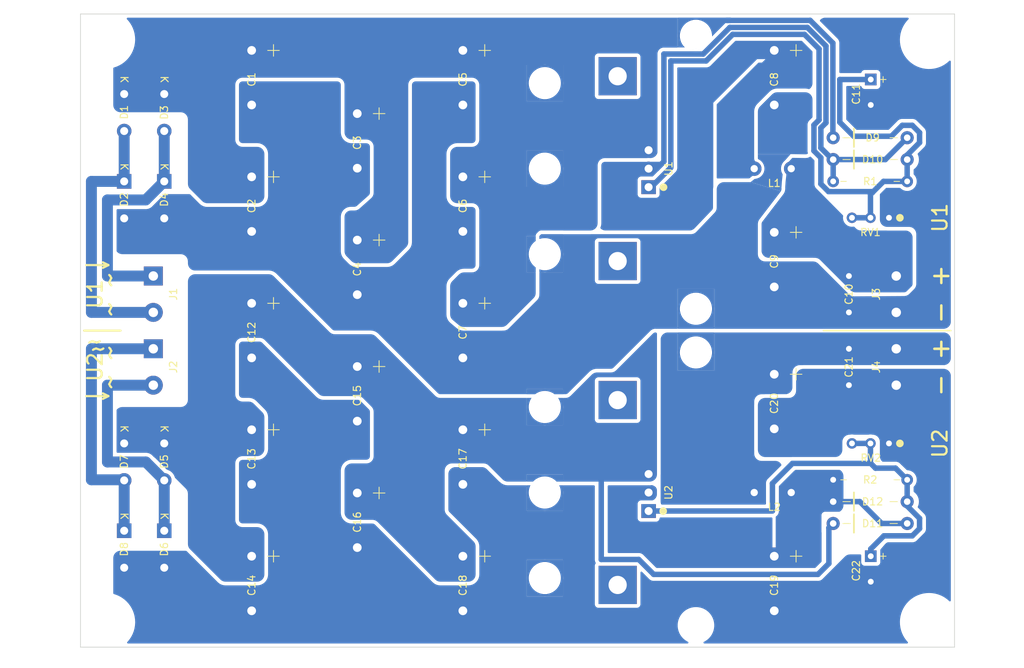
<source format=kicad_pcb>
(kicad_pcb (version 20211014) (generator pcbnew)
  (layers (0 "F.Cu" signal) (31 "B.Cu" signal) (34 "B.Paste" user) (35 "F.Paste" user) (36 "B.SilkS" user "B.Silkscreen") (37 "F.SilkS" user "F.Silkscreen") (38 "B.Mask" user) (39 "F.Mask" user) (44 "Edge.Cuts" user))
  (net 0 "")
  (net 1 "/pos1_u")
  (net 2 "/neg_1")
  (net 3 "/pos1_r")
  (net 4 "/pos1_f")
  (net 5 "/adj_1")
  (net 6 "/pos2_u")
  (net 7 "/neg2")
  (net 8 "/pos2_r")
  (net 9 "/pos2_f")
  (net 10 "/adj_2")
  (net 11 "/ac1_2")
  (net 12 "/ac1_1")
  (net 13 "/ac2_2")
  (net 14 "/ac2_1")
  (footprint "analoghifi:D_DO-41_SOD81_P10.16mm_Horizontal_minSilk" (layer "F.Cu") (at 163.34 80)
    (fp_text reference "D10")
    (fp_text value "1N4007")
  )
  (footprint "analoghifi:CP_Radial_Black_D16.2mm_H36mm_P7.50mm_minimal_silk" (layer "F.Cu") (at 112.5 82.375 -90)
    (fp_text reference "C6")
    (fp_text value "2200µF")
  )
  (footprint "Capacitor_THT:C_Rect_L7.2mm_W2.5mm_P5.00mm_FKS2_FKP2_MKS2_MKP2" (layer "F.Cu") (at 165.5 106 -90)
    (fp_text reference "C21")
    (fp_text value "100nF")
  )
  (footprint "analoghifi:TO-220-2_Vertical_noSilk" (layer "F.Cu") (at 71.5 83 -90)
    (fp_text reference "D4")
    (fp_text value "BYW29-200")
  )
  (footprint "analoghifi:Heatsink_Fischer_SK129-STS_42x25mm_2xDrill2.5mm_noSilk" (layer "F.Cu") (at 133.75 125.75 90)
    (fp_text reference "REF**" hide)
    (fp_text value "Heatsink_Fischer_SK129-STS_42x25mm_2xDrill2.5mm_noSilk")
  )
  (footprint "MountingHole:MountingHole_3.2mm_M3" (layer "F.Cu") (at 176.5 143.5)
    (fp_text reference "REF**" hide)
    (fp_text value "MountingHole_3.2mm_M3")
  )
  (footprint "analoghifi:TO-220-2_Vertical_noSilk" (layer "F.Cu") (at 71.5 71 -90)
    (fp_text reference "D3")
    (fp_text value "BYW29-200")
  )
  (footprint "analoghifi:TO-220-2_Vertical_noSilk" (layer "F.Cu") (at 66 131 -90)
    (fp_text reference "D8")
    (fp_text value "BYW29-200")
  )
  (footprint "analoghifi:D_DO-41_SOD81_P10.16mm_Horizontal_minSilk" (layer "F.Cu") (at 163.34 127)
    (fp_text reference "D12")
    (fp_text value "1N4007")
  )
  (footprint "analoghifi:CP_Radial_Black_D16.2mm_H36mm_P7.50mm_minimal_silk" (layer "F.Cu") (at 98 73.6875 -90)
    (fp_text reference "C3")
    (fp_text value "2200µF")
  )
  (footprint "analoghifi:CP_Radial_Black_D16.2mm_H36mm_P7.50mm_minimal_silk" (layer "F.Cu") (at 98 108.4375 -90)
    (fp_text reference "C15")
    (fp_text value "2200µF")
  )
  (footprint "Potentiometer_THT:Potentiometer_Bourns_3296W_Vertical" (layer "F.Cu") (at 171 88)
    (fp_text reference "RV1")
    (fp_text value "5kΩ")
  )
  (footprint "analoghifi:TerminalBlock_Phoenix_PT-1,5-2-5.0-H_1x02_P5.00mm_Horizontal_noSilk" (layer "F.Cu") (at 172 111 90)
    (fp_text reference "J4")
    (fp_text value "Screw_Terminal_01x02")
  )
  (footprint "MountingHole:MountingHole_4mm" (layer "F.Cu") (at 123.75 125.75)
    (fp_text reference "REF**" hide)
    (fp_text value "MountingHole_4mm")
  )
  (footprint "analoghifi:TerminalBlock_Phoenix_PT-1,5-2-5.0-H_1x02_P5.00mm_Horizontal_noSilk" (layer "F.Cu") (at 70 96 -90)
    (fp_text reference "J1")
    (fp_text value "Screw_Terminal_01x02")
  )
  (footprint "analoghifi:CP_Radial_Black_D8.2mm_H12.0mm_P3.50mm_minimal_silk" (layer "F.Cu") (at 168.5 134.5 -90)
    (fp_text reference "C22")
    (fp_text value "100µF/50V")
  )
  (footprint "analoghifi:L_Radial_D8mm_H10mm_P5.08mm_no_silk" (layer "F.Cu") (at 157.58 125.75 180)
    (fp_text reference "L2")
    (fp_text value "?? µH / ??Ω")
  )
  (footprint "analoghifi:CP_Radial_Black_D16.2mm_H36mm_P7.50mm_minimal_silk" (layer "F.Cu") (at 83.5 134.5 -90)
    (fp_text reference "C14")
    (fp_text value "2200µF")
  )
  (footprint "analoghifi:CP_Radial_Black_D16.2mm_H36mm_P7.50mm_minimal_silk" (layer "F.Cu") (at 155.25 109.5 -90)
    (fp_text reference "C20")
    (fp_text value "2200µF")
  )
  (footprint "analoghifi:TO-220-2_Vertical_noSilk" (layer "F.Cu") (at 71.5 131 -90)
    (fp_text reference "D6")
    (fp_text value "BYW29-200")
  )
  (footprint "MountingHole:MountingHole_4mm" (layer "F.Cu") (at 123.75 137.5)
    (fp_text reference "REF**" hide)
    (fp_text value "MountingHole_4mm")
  )
  (footprint "analoghifi:R_Axial_DIN0207_L6.3mm_D2.5mm_P10.16mm_Horizontal_minSilk" (layer "F.Cu") (at 163.34 83)
    (fp_text reference "R1")
    (fp_text value "200Ω")
  )
  (footprint "MountingHole:MountingHole_4mm" (layer "F.Cu") (at 144.5 106.5)
    (fp_text reference "REF**" hide)
    (fp_text value "MountingHole_4mm")
  )
  (footprint "Package_TO_SOT_THT:TO-220-3_Vertical" (layer "F.Cu") (at 138 83.79 90)
    (fp_text reference "U1")
    (fp_text value "LM338")
  )
  (footprint "MountingHole:MountingHole_4mm" (layer "F.Cu") (at 123.75 114)
    (fp_text reference "REF**" hide)
    (fp_text value "MountingHole_4mm")
  )
  (footprint "MountingHole:MountingHole_4mm" (layer "F.Cu") (at 144.5 144)
    (fp_text reference "REF**" hide)
    (fp_text value "MountingHole_4mm")
  )
  (footprint "analoghifi:CP_Radial_Black_D16.2mm_H36mm_P7.50mm_minimal_silk" (layer "F.Cu") (at 155.25 90 -90)
    (fp_text reference "C9")
    (fp_text value "2200µF")
  )
  (footprint "MountingHole:MountingHole_3.2mm_M3" (layer "F.Cu") (at 176.5 63.5)
    (fp_text reference "REF**" hide)
    (fp_text value "MountingHole_3.2mm_M3")
  )
  (footprint "analoghifi:CP_Radial_Black_D16.2mm_H36mm_P7.50mm_minimal_silk" (layer "F.Cu") (at 98 91.0625 -90)
    (fp_text reference "C4")
    (fp_text value "2200µF")
  )
  (footprint "analoghifi:R_Axial_DIN0207_L6.3mm_D2.5mm_P10.16mm_Horizontal_minSilk" (layer "F.Cu") (at 163.34 124)
    (fp_text reference "R2")
    (fp_text value "200Ω")
  )
  (footprint "Potentiometer_THT:Potentiometer_Bourns_3296W_Vertical" (layer "F.Cu") (at 171 119)
    (fp_text reference "RV2")
    (fp_text value "5kΩ")
  )
  (footprint "analoghifi:CP_Radial_Black_D16.2mm_H36mm_P7.50mm_minimal_silk" (layer "F.Cu") (at 112.5 117.125 -90)
    (fp_text reference "C17")
    (fp_text value "2200µF")
  )
  (footprint "MountingHole:MountingHole_3.2mm_M3" (layer "F.Cu") (at 63.5 63.5)
    (fp_text reference "REF**" hide)
    (fp_text value "MountingHole_3.2mm_M3")
  )
  (footprint "analoghifi:TO-220-2_Vertical_noSilk" (layer "F.Cu") (at 66 83 -90)
    (fp_text reference "D2")
    (fp_text value "BYW29-200")
  )
  (footprint "analoghifi:CP_Radial_Black_D16.2mm_H36mm_P7.50mm_minimal_silk" (layer "F.Cu") (at 83.5 65 -90)
    (fp_text reference "C1")
    (fp_text value "7x2200µF/50V=15400µF")
  )
  (footprint "analoghifi:TO-220-2_Vertical_noSilk" (layer "F.Cu") (at 71.5 119 -90)
    (fp_text reference "D5")
    (fp_text value "4xBYW29-200")
  )
  (footprint "analoghifi:L_Radial_D8mm_H10mm_P5.08mm_no_silk" (layer "F.Cu") (at 152.5 81.25)
    (fp_text reference "L1")
    (fp_text value "?? µH / ??Ω")
  )
  (footprint "analoghifi:CP_Radial_Black_D16.2mm_H36mm_P7.50mm_minimal_silk" (layer "F.Cu") (at 83.5 117.125 -90)
    (fp_text reference "C13")
    (fp_text value "2200µF")
  )
  (footprint "analoghifi:CP_Radial_Black_D16.2mm_H36mm_P7.50mm_minimal_silk" (layer "F.Cu") (at 155.25 65 -90)
    (fp_text reference "C8")
    (fp_text value "2200µF")
  )
  (footprint "analoghifi:Heatsink_Fischer_SK129-STS_42x25mm_2xDrill2.5mm_noSilk" (layer "F.Cu") (at 133.75 81.25 90)
    (fp_text reference "REF**" hide)
    (fp_text value "Heatsink_Fischer_SK129-STS_42x25mm_2xDrill2.5mm_noSilk")
  )
  (footprint "analoghifi:TerminalBlock_Phoenix_PT-1,5-2-5.0-H_1x02_P5.00mm_Horizontal_noSilk" (layer "F.Cu") (at 172 101 90)
    (fp_text reference "J3")
    (fp_text value "Screw_Terminal_01x02")
  )
  (footprint "analoghifi:CP_Radial_Black_D16.2mm_H36mm_P7.50mm_minimal_silk" (layer "F.Cu") (at 155.25 134.5 -90)
    (fp_text reference "C19")
    (fp_text value "2200µF")
  )
  (footprint "MountingHole:MountingHole_4mm" (layer "F.Cu") (at 123.75 81.25)
    (fp_text reference "REF**" hide)
    (fp_text value "MountingHole_4mm")
  )
  (footprint "analoghifi:CP_Radial_Black_D16.2mm_H36mm_P7.50mm_minimal_silk" (layer "F.Cu") (at 83.5 99.75 -90)
    (fp_text reference "C12")
    (fp_text value "7x2200µF/50V=15400µF")
  )
  (footprint "analoghifi:TO-220-2_Vertical_noSilk" (layer "F.Cu") (at 66 71 -90)
    (fp_text reference "D1")
    (fp_text value "4xBYW29-200")
  )
  (footprint "analoghifi:TerminalBlock_Phoenix_PT-1,5-2-5.0-H_1x02_P5.00mm_Horizontal_noSilk" (layer "F.Cu") (at 70 106 -90)
    (fp_text reference "J2")
    (fp_text value "Screw_Terminal_01x02")
  )
  (footprint "analoghifi:D_DO-41_SOD81_P10.16mm_Horizontal_minSilk" (layer "F.Cu") (at 163.34 77)
    (fp_text reference "D9")
    (fp_text value "1N4007")
  )
  (footprint "analoghifi:CP_Radial_Black_D16.2mm_H36mm_P7.50mm_minimal_silk" (layer "F.Cu") (at 112.5 65 -90)
    (fp_text reference "C5")
    (fp_text value "2200µF")
  )
  (footprint "MountingHole:MountingHole_4mm" (layer "F.Cu") (at 144.5 100.5)
    (fp_text reference "REF**" hide)
    (fp_text value "MountingHole_4mm")
  )
  (footprint "analoghifi:CP_Radial_Black_D8.2mm_H12.0mm_P3.50mm_minimal_silk" (layer "F.Cu") (at 168.5 69 -90)
    (fp_text reference "C11")
    (fp_text value "100µF/50V")
  )
  (footprint "MountingHole:MountingHole_3.2mm_M3" (layer "F.Cu") (at 63.5 143.5)
    (fp_text reference "REF**" hide)
    (fp_text value "MountingHole_3.2mm_M3")
  )
  (footprint "analoghifi:CP_Radial_Black_D16.2mm_H36mm_P7.50mm_minimal_silk" (layer "F.Cu") (at 112.5 99.75 -90)
    (fp_text reference "C7")
    (fp_text value "2200µF")
  )
  (footprint "analoghifi:CP_Radial_Black_D16.2mm_H36mm_P7.50mm_minimal_silk" (layer "F.Cu") (at 83.5 82.375 -90)
    (fp_text reference "C2")
    (fp_text value "2200µF")
  )
  (footprint "Capacitor_THT:C_Rect_L7.2mm_W2.5mm_P5.00mm_FKS2_FKP2_MKS2_MKP2" (layer "F.Cu") (at 165.5 96 -90)
    (fp_text reference "C10")
    (fp_text value "100nF")
  )
  (footprint "analoghifi:D_DO-41_SOD81_P10.16mm_Horizontal_minSilk" (layer "F.Cu") (at 163.34 130)
    (fp_text reference "D11")
    (fp_text value "1N4007")
  )
  (footprint "analoghifi:TO-220-2_Vertical_noSilk" (layer "F.Cu") (at 66 119 -90)
    (fp_text reference "D7")
    (fp_text value "BYW29-200")
  )
  (footprint "analoghifi:CP_Radial_Black_D16.2mm_H36mm_P7.50mm_minimal_silk" (layer "F.Cu") (at 98 125.8125 -90)
    (fp_text reference "C16")
    (fp_text value "2200µF")
  )
  (footprint "MountingHole:MountingHole_4mm" (layer "F.Cu") (at 144.5 63)
    (fp_text reference "REF**" hide)
    (fp_text value "MountingHole_4mm")
  )
  (footprint "MountingHole:MountingHole_4mm" (layer "F.Cu") (at 123.75 69.5)
    (fp_text reference "REF**" hide)
    (fp_text value "MountingHole_4mm")
  )
  (footprint "analoghifi:CP_Radial_Black_D16.2mm_H36mm_P7.50mm_minimal_silk" (layer "F.Cu") (at 112.5 134.5 -90)
    (fp_text reference "C18")
    (fp_text value "2200µF")
  )
  (footprint "MountingHole:MountingHole_4mm" (layer "F.Cu") (at 123.75 93)
    (fp_text reference "REF**" hide)
    (fp_text value "MountingHole_4mm")
  )
  (footprint "Package_TO_SOT_THT:TO-220-3_Vertical" (layer "F.Cu") (at 138 128.29 90)
    (fp_text reference "U2")
    (fp_text value "LM338")
  )
  (gr_circle (center 140.05 83.8) (end 140.5 83.8) (layer "F.SilkS") (width 0.15) (fill solid))
  (gr_circle (center 172.5 88) (end 172.95 88) (layer "F.SilkS") (width 0.15) (fill solid))
  (gr_circle (center 140 128.3) (end 140.45 128.3) (layer "F.SilkS") (width 0.15) (fill solid))
  (gr_line (start 179.5 103.5) (end 162 103.5) (layer "F.SilkS") (width 0.2))
  (gr_line (start 65.5 103.5) (end 60.5 103.5) (layer "F.SilkS") (width 0.3))
  (gr_circle (center 172.5 119) (end 172.95 119) (layer "F.SilkS") (width 0.15) (fill solid))
  (gr_line (start 180 60) (end 60 60) (layer "Edge.Cuts") (width 0.1))
  (gr_line (start 60 60) (end 60 147) (layer "Edge.Cuts") (width 0.1))
  (gr_line (start 180 147) (end 180 60) (layer "Edge.Cuts") (width 0.1))
  (gr_line (start 60 147) (end 180 147) (layer "Edge.Cuts") (width 0.1))
  (gr_text "U1" (at 178 88 90) (layer "F.SilkS") (effects (font (size 2 2) (thickness 0.3))))
  (gr_text "- +" (at 178 98.5 90) (layer "F.SilkS") (effects (font (size 2.5 2.5) (thickness 0.35))))
  (gr_text "- +" (at 178 108.5 90) (layer "F.SilkS") (effects (font (size 2.5 2.5) (thickness 0.35))))
  (gr_text "~" (at 62.5 106) (layer "F.SilkS") (effects (font (size 2 3) (thickness 0.3))))
  (gr_text " ~ " (at 64 106.5 90) (layer "F.SilkS") (effects (font (size 3 3) (thickness 0.3))))
  (gr_text " ~ " (at 64 100.5 90) (layer "F.SilkS") (effects (font (size 3 3) (thickness 0.3))))
  (gr_text "↓" (at 62 112.5 90) (layer "F.SilkS") (effects (font (size 4 2) (thickness 0.3))))
  (gr_text "~" (at 62 105) (layer "F.SilkS") (effects (font (size 2 3) (thickness 0.3))))
  (gr_text "U2" (at 62 108.5 90) (layer "F.SilkS") (effects (font (size 2 2) (thickness 0.3))))
  (gr_text "U2" (at 178 119.005 90) (layer "F.SilkS") (effects (font (size 2 2) (thickness 0.3))))
  (gr_text " ~ " (at 64 110.5 90) (layer "F.SilkS") (effects (font (size 3 3) (thickness 0.3))))
  (gr_text "↓" (at 62 94.5 90) (layer "F.SilkS") (effects (font (size 4 2) (thickness 0.3))))
  (gr_text " ~ " (at 64 96.5 90) (layer "F.SilkS") (effects (font (size 3 3) (thickness 0.3))))
  (gr_text "U1" (at 62 98.5 90) (layer "F.SilkS") (effects (font (size 2 2) (thickness 0.3))))
  (segment (start 160.18 60.88) (end 148.73 60.88) (width 0.75) (layer "B.Cu") (net 1))
  (segment (start 163.3 64) (end 163.3 77) (width 0.75) (layer "B.Cu") (net 1))
  (segment (start 160.18 60.88) (end 163.3 64) (width 0.75) (layer "B.Cu") (net 1))
  (segment (start 163.34 80) (end 163.34 83) (width 0.75) (layer "B.Cu") (net 3))
  (segment (start 159.8 61.85) (end 162.35 64.4) (width 0.75) (layer "B.Cu") (net 3))
  (segment (start 162.35 74.95) (end 161.65 75.65) (width 0.75) (layer "B.Cu") (net 3))
  (segment (start 149.15 61.85) (end 159.8 61.85) (width 0.75) (layer "B.Cu") (net 3))
  (segment (start 161.65 75.65) (end 161.65 78.4) (width 0.75) (layer "B.Cu") (net 3))
  (segment (start 139.12 81.25) (end 140.1 80.27) (width 0.75) (layer "B.Cu") (net 3))
  (segment (start 140.1 65.5) (end 145.5 65.5) (width 0.75) (layer "B.Cu") (net 3))
  (segment (start 138 81.25) (end 139.12 81.25) (width 0.75) (layer "B.Cu") (net 3))
  (segment (start 140.1 80.27) (end 140.1 65.5) (width 0.75) (layer "B.Cu") (net 3))
  (segment (start 162.35 64.4) (end 162.35 74.95) (width 0.75) (layer "B.Cu") (net 3))
  (segment (start 163.25 80) (end 163.34 80) (width 0.75) (layer "B.Cu") (net 3))
  (segment (start 170.5 80) (end 163.34 80) (width 0.75) (layer "B.Cu") (net 3))
  (segment (start 161.65 78.4) (end 163.25 80) (width 0.75) (layer "B.Cu") (net 3))
  (segment (start 173.5 77) (end 170.5 80) (width 0.75) (layer "B.Cu") (net 3))
  (segment (start 145.5 65.5) (end 149.15 61.85) (width 0.75) (layer "B.Cu") (net 3))
  (segment (start 168.46 88) (end 165.92 88) (width 0.75) (layer "B.Cu") (net 5))
  (segment (start 166.175 76.8) (end 171.325 76.8) (width 0.75) (layer "B.Cu") (net 5))
  (segment (start 173.5 79.375) (end 173.5 80) (width 0.75) (layer "B.Cu") (net 5))
  (segment (start 173.5 83) (end 173.5 80) (width 0.75) (layer "B.Cu") (net 5))
  (segment (start 138 83.79) (end 138.36 83.79) (width 0.75) (layer "B.Cu") (net 5))
  (segment (start 160.7 75.25) (end 160.7 78.8) (width 0.75) (layer "B.Cu") (net 5))
  (segment (start 161.4 64.8) (end 161.4 74.55) (width 0.75) (layer "B.Cu") (net 5))
  (segment (start 168.46 88) (end 168.46 84.79) (width 0.75) (layer "B.Cu") (net 5))
  (segment (start 159.4 62.8) (end 161.4 64.8) (width 0.75) (layer "B.Cu") (net 5))
  (segment (start 170.25 83) (end 173.5 83) (width 0.75) (layer "B.Cu") (net 5))
  (segment (start 174.2 75.3) (end 175.2 76.3) (width 0.75) (layer "B.Cu") (net 5))
  (segment (start 168.46 84.79) (end 168.75 84.5) (width 0.75) (layer "B.Cu") (net 5))
  (segment (start 160.7 78.8) (end 161.65 79.75) (width 0.75) (layer "B.Cu") (net 5))
  (segment (start 175.2 76.3) (end 175.2 77.675) (width 0.75) (layer "B.Cu") (net 5))
  (segment (start 168.75 84.5) (end 170.25 83) (width 0.75) (layer "B.Cu") (net 5))
  (segment (start 145.9 66.45) (end 149.55 62.8) (width 0.75) (layer "B.Cu") (net 5))
  (segment (start 171.325 76.8) (end 172.825 75.3) (width 0.75) (layer "B.Cu") (net 5))
  (segment (start 172.825 75.3) (end 174.2 75.3) (width 0.75) (layer "B.Cu") (net 5))
  (segment (start 164.25 74.875) (end 166.175 76.8) (width 0.75) (layer "B.Cu") (net 5))
  (segment (start 149.55 62.8) (end 159.4 62.8) (width 0.75) (layer "B.Cu") (net 5))
  (segment (start 168.5 69) (end 164.25 69) (width 0.75) (layer "B.Cu") (net 5))
  (segment (start 175.2 77.675) (end 173.5 79.375) (width 0.75) (layer "B.Cu") (net 5))
  (segment (start 164.25 69) (end 164.25 74.875) (width 0.75) (layer "B.Cu") (net 5))
  (segment (start 138.36 83.79) (end 141.05 81.1) (width 0.75) (layer "B.Cu") (net 5))
  (segment (start 168.65 84.4) (end 168.75 84.5) (width 0.75) (layer "B.Cu") (net 5))
  (segment (start 161.65 79.75) (end 161.65 83.35) (width 0.75) (layer "B.Cu") (net 5))
  (segment (start 161.4 74.55) (end 160.7 75.25) (width 0.75) (layer "B.Cu") (net 5))
  (segment (start 161.65 83.35) (end 162.7 84.4) (width 0.75) (layer "B.Cu") (net 5))
  (segment (start 141.05 66.45) (end 145.9 66.45) (width 0.75) (layer "B.Cu") (net 5))
  (segment (start 162.7 84.4) (end 168.65 84.4) (width 0.75) (layer "B.Cu") (net 5))
  (segment (start 141.05 81.1) (end 141.05 66.45) (width 0.75) (layer "B.Cu") (net 5))
  (segment (start 131.5 134.95) (end 136.65 134.95) (width 0.75) (layer "B.Cu") (net 6))
  (segment (start 131.5 123.5) (end 131.5 134.95) (width 0.75) (layer "B.Cu") (net 6))
  (segment (start 136.65 134.95) (end 138.7 137) (width 0.75) (layer "B.Cu") (net 6))
  (segment (start 162.75 135.5) (end 162.75 130.59) (width 0.75) (layer "B.Cu") (net 6))
  (segment (start 162.75 130.59) (end 163.34 130) (width 0.75) (layer "B.Cu") (net 6))
  (segment (start 138.7 137) (end 161.25 137) (width 0.75) (layer "B.Cu") (net 6))
  (segment (start 161.25 137) (end 162.75 135.5) (width 0.75) (layer "B.Cu") (net 6))
  (segment (start 163.34 127) (end 167 127) (width 0.75) (layer "B.Cu") (net 8))
  (segment (start 170 130) (end 173.5 130) (width 0.75) (layer "B.Cu") (net 8))
  (segment (start 167 127) (end 170 130) (width 0.75) (layer "B.Cu") (net 8))
  (segment (start 168.5 121.75) (end 157.75 121.75) (width 0.75) (layer "B.Cu") (net 10))
  (segment (start 155 128.29) (end 138 128.29) (width 0.75) (layer "B.Cu") (net 10))
  (segment (start 174.2 131.7) (end 170.3 131.7) (width 0.75) (layer "B.Cu") (net 10))
  (segment (start 165.92 119) (end 168.46 119) (width 0.75) (layer "B.Cu") (net 10))
  (segment (start 155 124.5) (end 155 128.25) (width 0.75) (layer "B.Cu") (net 10))
  (segment (start 171.9 122.4) (end 169.15 122.4) (width 0.75) (layer "B.Cu") (net 10))
  (segment (start 168.46 119) (end 168.46 121.71) (width 0.75) (layer "B.Cu") (net 10))
  (segment (start 173.5 124) (end 171.9 122.4) (width 0.75) (layer "B.Cu") (net 10))
  (segment (start 173.5 124) (end 173.5 127) (width 0.75) (layer "B.Cu") (net 10))
  (segment (start 169.15 122.4) (end 168.5 121.75) (width 0.75) (layer "B.Cu") (net 10))
  (segment (start 170.3 131.7) (end 168.5 133.5) (width 0.75) (layer "B.Cu") (net 10))
  (segment (start 173.5 127) (end 173.5 127.6) (width 0.75) (layer "B.Cu") (net 10))
  (segment (start 175.2 129.3) (end 175.2 130.7) (width 0.75) (layer "B.Cu") (net 10))
  (segment (start 157.75 121.75) (end 155 124.5) (width 0.75) (layer "B.Cu") (net 10))
  (segment (start 173.5 127.6) (end 175.2 129.3) (width 0.75) (layer "B.Cu") (net 10))
  (segment (start 168.5 133.5) (end 168.5 134.5) (width 0.75) (layer "B.Cu") (net 10))
  (segment (start 175.2 130.7) (end 174.2 131.7) (width 0.75) (layer "B.Cu") (net 10))
  (segment (start 66 82.92) (end 66 76.08) (width 1.5) (layer "B.Cu") (net 11))
  (segment (start 61.5 83) (end 66 83) (width 1.5) (layer "B.Cu") (net 11))
  (segment (start 70 101) (end 61.5 101) (width 1.5) (layer "B.Cu") (net 11))
  (segment (start 61.5 101) (end 61.5 83) (width 1.5) (layer "B.Cu") (net 11))
  (segment (start 71.5 76.08) (end 71.5 82.92) (width 1.5) (layer "B.Cu") (net 12))
  (segment (start 63.7 96) (end 63.7 85.55) (width 1.5) (layer "B.Cu") (net 12))
  (segment (start 68.95 85.55) (end 71.5 83) (width 1.5) (layer "B.Cu") (net 12))
  (segment (start 71.5 83) (end 71.5 82.92) (width 1.5) (layer "B.Cu") (net 12))
  (segment (start 70 96) (end 63.7 96) (width 1.5) (layer "B.Cu") (net 12))
  (segment (start 63.7 85.55) (end 68.95 85.55) (width 1.5) (layer "B.Cu") (net 12))
  (segment (start 63.7 121.55) (end 68.97 121.55) (width 1.5) (layer "B.Cu") (net 13))
  (segment (start 71.5 124.08) (end 71.5 130.92) (width 1.5) (layer "B.Cu") (net 13))
  (segment (start 63.7 111) (end 63.7 121.55) (width 1.5) (layer "B.Cu") (net 13))
  (segment (start 70 111) (end 63.7 111) (width 1.5) (layer "B.Cu") (net 13))
  (segment (start 68.97 121.55) (end 71.5 124.08) (width 1.5) (layer "B.Cu") (net 13))
  (segment (start 70 106) (end 61.5 106) (width 1.5) (layer "B.Cu") (net 14))
  (segment (start 61.5 124) (end 66 124) (width 1.5) (layer "B.Cu") (net 14))
  (segment (start 61.5 106) (end 61.5 124) (width 1.5) (layer "B.Cu") (net 14))
  (segment (start 66 124) (end 66 130.92) (width 1.5) (layer "B.Cu") (net 14))
  (zone (net 0) (net_name "") (layer "B.Cu") (connect_pads yes (clearance 0)) (min_thickness 0.254)
    (keepout (tracks allowed) (vias allowed) (pads allowed) (copperpour not_allowed) (footprints allowed))
    (fill (thermal_gap 0.508) (thermal_bridge_width 0.508))
    (polygon (pts (xy 155.45 133.4) (xy 155 133.4) (xy 155 129.1) (xy 155.45 129.1)))
  )
  (zone (net 8) (net_name "/pos2_r") (layer "B.Cu") (connect_pads yes (clearance 0.508)) (min_thickness 0.254) (fill yes (thermal_gap 0.508) (thermal_bridge_width 0.508) (smoothing fillet) (radius 1))
    (polygon (pts (xy 164.75 128.5) (xy 161.75 128.5) (xy 161.75 136.5) (xy 131.75 136.5) (xy 131.75 124.55) (xy 136.75 124.55) (xy 137.25 124.55) (xy 138.05 124.55) (xy 138.281681 124.644779) (xy 139.15 125) (xy 139.15 126.9) (xy 136.5 126.9) (xy 136.5 128.55) (xy 155.5 128.55) (xy 155.5 125.25) (xy 158.25 122.5) (xy 164.75 122.5)))
  )
  (zone (net 0) (net_name "") (layer "B.Cu") (connect_pads yes (clearance 0)) (min_thickness 0.254)
    (keepout (tracks allowed) (vias allowed) (pads allowed) (copperpour not_allowed) (footprints allowed))
    (fill (thermal_gap 0.508) (thermal_bridge_width 0.508))
    (polygon (pts (xy 153.57 66.68) (xy 153.08 66.68) (xy 147.35 72.41) (xy 146.88 72.2) (xy 152.9 66.2) (xy 154.05 66.2)))
  )
  (zone (net 2) (net_name "/neg_1") (layer "B.Cu") (priority 5) (connect_pads yes (clearance 0.1)) (min_thickness 0.254) (fill yes (thermal_gap 0.508) (thermal_bridge_width 0.508))
    (polygon (pts (xy 156.4 80.5) (xy 156.4 82.1) (xy 156.3 83) (xy 156.25 83.75) (xy 156 84.3) (xy 152 83.1) (xy 153 82.3) (xy 153 79.25) (xy 157.5 79.25)))
  )
  (zone (net 1) (net_name "/pos1_u") (layer "B.Cu") (priority 10) (connect_pads yes (clearance 0.1)) (min_thickness 0.0254) (fill yes (thermal_gap 0.508) (thermal_bridge_width 0.508))
    (polygon (pts (xy 122.5 95.5) (xy 121.25 95.5) (xy 121.25 90.5) (xy 122.5 90.5)))
  )
  (zone (net 6) (net_name "/pos2_u") (layer "B.Cu") (priority 5) (connect_pads yes (clearance 0.508)) (min_thickness 0.254) (fill yes (thermal_gap 0.508) (thermal_bridge_width 0.508) (smoothing fillet) (radius 1))
    (polygon (pts (xy 94.5 104) (xy 100.25 104) (xy 109 112.75) (xy 127 112.75) (xy 130.5 109.25) (xy 133.25 109.25) (xy 138.75 103.75) (xy 139.15 103.75) (xy 139.15 124.25) (xy 118.25 124.25) (xy 115.75 121.75) (xy 110 121.75) (xy 110 128.5) (xy 114.25 132.75) (xy 114.25 138) (xy 109 138) (xy 100.5 129.5) (xy 96.25 129.5) (xy 96.25 121.75) (xy 100.25 121.75) (xy 100.25 114.25) (xy 98.5 112.5) (xy 93 112.5) (xy 85 104.5) (xy 81.25 104.5) (xy 81.25 113.25) (xy 83.5 113.25) (xy 85.25 115) (xy 85.25 120.75) (xy 81.25 120.75) (xy 81.25 130.5) (xy 85.25 130.5) (xy 85.25 138) (xy 79.5 138) (xy 74.75 133.25) (xy 74.75 125.5) (xy 70 120.75) (xy 64.75 120.75) (xy 64.75 114) (xy 70.5 114) (xy 74.75 114) (xy 74.75 95.75) (xy 86.25 95.75)))
  )
  (zone (net 0) (net_name "") (layer "B.Cu") (connect_pads yes (clearance 0)) (min_thickness 0.254)
    (keepout (tracks allowed) (vias allowed) (pads allowed) (copperpour not_allowed) (footprints allowed))
    (fill (thermal_gap 0.508) (thermal_bridge_width 0.508))
    (polygon (pts (xy 147.35 84) (xy 146.88 84) (xy 146.88 72.2) (xy 147.35 72.2)))
  )
  (zone (net 0) (net_name "") (layer "B.Cu") (connect_pads yes (clearance 0)) (min_thickness 0.0254)
    (keepout (tracks allowed) (vias not_allowed) (pads allowed) (copperpour not_allowed) (footprints allowed))
    (fill (thermal_gap 0.508) (thermal_bridge_width 0.508))
    (polygon (pts (xy 180.509258 63.555916) (xy 180.490145 63.165114) (xy 180.432987 62.778042) (xy 180.33833 62.398395) (xy 180.207078 62.029796) (xy 180.040484 61.675765) (xy 179.840137 61.33968) (xy 179.60795 61.02475) (xy 179.34614 60.73398) (xy 179.057205 60.470146) (xy 178.743903 60.235766) (xy 178.409225 60.033078) (xy 178.056366 59.864016) (xy 177.688693 59.730194) (xy 177.309716 59.63289) (xy 176.923052 59.573031) (xy 176.532393 59.55119) (xy 176.141466 59.567574) (xy 175.754005 59.622028) (xy 175.373706 59.714032) (xy 175.004201 59.842708) (xy 174.649015 60.006827) (xy 174.31154 60.204822) (xy 173.994996 60.434805) (xy 173.702405 60.694579) (xy 173.436561 60.981665) (xy 173.2 61.293323) (xy 172.99498 61.626577) (xy 172.823459 61.978248) (xy 172.687073 62.344978) (xy 172.587125 62.723266) (xy 172.524568 63.109503) (xy 172.5 63.5) (xy 172.513655 63.891031) (xy 172.565403 64.278863) (xy 172.65475 64.659795) (xy 172.780843 65.03019) (xy 172.942478 65.386513) (xy 173.138113 65.725362) (xy 173.36588 66.043504) (xy 173.623605 66.337901) (xy 173.908828 66.605743) (xy 174.218827 66.844474) (xy 174.550642 67.051815) (xy 174.901107 67.225787) (xy 175.266875 67.36473) (xy 175.644457 67.467317) (xy 176.030247 67.532568) (xy 176.420563 67.559862) (xy 176.81168 67.548937) (xy 177.199864 67.499898) (xy 177.581411 67.413213) (xy 177.952677 67.289709) (xy 178.310119 67.130565) (xy 178.650326 66.937301) (xy 178.97005 66.71176) (xy 179.266239 66.456097) (xy 179.536066 66.172751) (xy 179.776956 65.864426) (xy 179.986608 65.534066) (xy 180.163023 65.184825) (xy 180.304515 64.820035) (xy 180.409736 64.443179) (xy 180.477679 64.057854) (xy 180.507697 63.667737)))
  )
  (zone (net 0) (net_name "") (layer "B.Cu") (connect_pads yes (clearance 0)) (min_thickness 0.0254)
    (keepout (tracks allowed) (vias not_allowed) (pads allowed) (copperpour not_allowed) (footprints allowed))
    (fill (thermal_gap 0.508) (thermal_bridge_width 0.508))
    (polygon (pts (xy 67.509258 143.555916) (xy 67.490145 143.165114) (xy 67.432987 142.778042) (xy 67.33833 142.398395) (xy 67.207078 142.029796) (xy 67.040484 141.675765) (xy 66.840137 141.33968) (xy 66.60795 141.02475) (xy 66.34614 140.73398) (xy 66.057205 140.470146) (xy 65.743903 140.235766) (xy 65.409225 140.033078) (xy 65.056366 139.864016) (xy 64.688693 139.730194) (xy 64.309716 139.63289) (xy 63.923052 139.573031) (xy 63.532393 139.55119) (xy 63.141466 139.567574) (xy 62.754005 139.622028) (xy 62.373706 139.714032) (xy 62.004201 139.842708) (xy 61.649015 140.006827) (xy 61.31154 140.204822) (xy 60.994996 140.434805) (xy 60.702405 140.694579) (xy 60.436561 140.981665) (xy 60.2 141.293323) (xy 59.99498 141.626577) (xy 59.823459 141.978248) (xy 59.687073 142.344978) (xy 59.587125 142.723266) (xy 59.524568 143.109503) (xy 59.5 143.5) (xy 59.513655 143.891031) (xy 59.565403 144.278863) (xy 59.65475 144.659795) (xy 59.780843 145.03019) (xy 59.942478 145.386513) (xy 60.138113 145.725362) (xy 60.36588 146.043504) (xy 60.623605 146.337901) (xy 60.908828 146.605743) (xy 61.218827 146.844474) (xy 61.550642 147.051815) (xy 61.901107 147.225787) (xy 62.266875 147.36473) (xy 62.644457 147.467317) (xy 63.030247 147.532568) (xy 63.420563 147.559862) (xy 63.81168 147.548937) (xy 64.199864 147.499898) (xy 64.581411 147.413213) (xy 64.952677 147.289709) (xy 65.310119 147.130565) (xy 65.650326 146.937301) (xy 65.97005 146.71176) (xy 66.266239 146.456097) (xy 66.536066 146.172751) (xy 66.776956 145.864426) (xy 66.986608 145.534066) (xy 67.163023 145.184825) (xy 67.304515 144.820035) (xy 67.409736 144.443179) (xy 67.477679 144.057854) (xy 67.507697 143.667737)))
  )
  (zone (net 0) (net_name "") (layer "B.Cu") (connect_pads yes (clearance 0)) (min_thickness 0.0254)
    (keepout (tracks allowed) (vias not_allowed) (pads allowed) (copperpour not_allowed) (footprints allowed))
    (fill (thermal_gap 0.508) (thermal_bridge_width 0.508))
    (polygon (pts (xy 180.509258 143.555916) (xy 180.490145 143.165114) (xy 180.432987 142.778042) (xy 180.33833 142.398395) (xy 180.207078 142.029796) (xy 180.040484 141.675765) (xy 179.840137 141.33968) (xy 179.60795 141.02475) (xy 179.34614 140.73398) (xy 179.057205 140.470146) (xy 178.743903 140.235766) (xy 178.409225 140.033078) (xy 178.056366 139.864016) (xy 177.688693 139.730194) (xy 177.309716 139.63289) (xy 176.923052 139.573031) (xy 176.532393 139.55119) (xy 176.141466 139.567574) (xy 175.754005 139.622028) (xy 175.373706 139.714032) (xy 175.004201 139.842708) (xy 174.649015 140.006827) (xy 174.31154 140.204822) (xy 173.994996 140.434805) (xy 173.702405 140.694579) (xy 173.436561 140.981665) (xy 173.2 141.293323) (xy 172.99498 141.626577) (xy 172.823459 141.978248) (xy 172.687073 142.344978) (xy 172.587125 142.723266) (xy 172.524568 143.109503) (xy 172.5 143.5) (xy 172.513655 143.891031) (xy 172.565403 144.278863) (xy 172.65475 144.659795) (xy 172.780843 145.03019) (xy 172.942478 145.386513) (xy 173.138113 145.725362) (xy 173.36588 146.043504) (xy 173.623605 146.337901) (xy 173.908828 146.605743) (xy 174.218827 146.844474) (xy 174.550642 147.051815) (xy 174.901107 147.225787) (xy 175.266875 147.36473) (xy 175.644457 147.467317) (xy 176.030247 147.532568) (xy 176.420563 147.559862) (xy 176.81168 147.548937) (xy 177.199864 147.499898) (xy 177.581411 147.413213) (xy 177.952677 147.289709) (xy 178.310119 147.130565) (xy 178.650326 146.937301) (xy 178.97005 146.71176) (xy 179.266239 146.456097) (xy 179.536066 146.172751) (xy 179.776956 145.864426) (xy 179.986608 145.534066) (xy 180.163023 145.184825) (xy 180.304515 144.820035) (xy 180.409736 144.443179) (xy 180.477679 144.057854) (xy 180.507697 143.667737)))
  )
  (zone (net 1) (net_name "/pos1_u") (layer "B.Cu") (priority 10) (connect_pads yes (clearance 0.1)) (min_thickness 0.0254) (fill yes (thermal_gap 0.508) (thermal_bridge_width 0.508))
    (polygon (pts (xy 126.25 83.75) (xy 121.25 83.75) (xy 121.25 78.75) (xy 126.25 78.75)))
  )
  (zone (net 6) (net_name "/pos2_u") (layer "B.Cu") (priority 10) (connect_pads yes (clearance 0.1)) (min_thickness 0.0254) (fill yes (thermal_gap 0.508) (thermal_bridge_width 0.508))
    (polygon (pts (xy 126.25 124.25) (xy 121.25 124.25) (xy 121.25 123.25) (xy 126.25 123.25)))
  )
  (zone (net 7) (net_name "/neg2") (layer "B.Cu") (priority 10) (connect_pads yes (clearance 0.1)) (min_thickness 0.0254) (fill yes (thermal_gap 0.508) (thermal_bridge_width 0.508))
    (polygon (pts (xy 126.25 128.25) (xy 121.25 128.25) (xy 121.25 124.75) (xy 126.25 124.75)))
  )
  (zone (net 1) (net_name "/pos1_u") (layer "B.Cu") (priority 10) (connect_pads yes (clearance 0.1)) (min_thickness 0.0254) (fill yes (thermal_gap 0.508) (thermal_bridge_width 0.508))
    (polygon (pts (xy 126.25 72) (xy 121.25 72) (xy 121.25 67) (xy 126.25 67)))
  )
  (zone (net 2) (net_name "/neg_1") (layer "B.Cu") (priority 10) (connect_pads yes (clearance 0.1)) (min_thickness 0.0254) (fill yes (thermal_gap 0.508) (thermal_bridge_width 0.508))
    (polygon (pts (xy 126.25 95.5) (xy 123 95.5) (xy 123 90.5) (xy 123.25 90.25) (xy 126.25 90.25)))
  )
  (zone (net 0) (net_name "") (layer "B.Cu") (connect_pads yes (clearance 0)) (min_thickness 0.0254)
    (keepout (tracks allowed) (vias not_allowed) (pads allowed) (copperpour not_allowed) (footprints allowed))
    (fill (thermal_gap 0.508) (thermal_bridge_width 0.508))
    (polygon (pts (xy 67.504824 63.5) (xy 67.485711 63.109198) (xy 67.428553 62.722126) (xy 67.333896 62.342479) (xy 67.202644 61.97388) (xy 67.03605 61.619849) (xy 66.835703 61.283764) (xy 66.603516 60.968834) (xy 66.341706 60.678064) (xy 66.052771 60.41423) (xy 65.739469 60.17985) (xy 65.404791 59.977162) (xy 65.051932 59.8081) (xy 64.684259 59.674278) (xy 64.305282 59.576974) (xy 63.918618 59.517115) (xy 63.527959 59.495274) (xy 63.137032 59.511658) (xy 62.749571 59.566112) (xy 62.369272 59.658116) (xy 61.999767 59.786792) (xy 61.644581 59.950911) (xy 61.307106 60.148906) (xy 60.990562 60.378889) (xy 60.697971 60.638663) (xy 60.432127 60.925749) (xy 60.195566 61.237407) (xy 59.990546 61.570661) (xy 59.819025 61.922332) (xy 59.682639 62.289062) (xy 59.582691 62.66735) (xy 59.520134 63.053587) (xy 59.495566 63.444084) (xy 59.509221 63.835115) (xy 59.560969 64.222947) (xy 59.650316 64.603879) (xy 59.776409 64.974274) (xy 59.938044 65.330597) (xy 60.133679 65.669446) (xy 60.361446 65.987588) (xy 60.619171 66.281985) (xy 60.904394 66.549827) (xy 61.214393 66.788558) (xy 61.546208 66.995899) (xy 61.896673 67.169871) (xy 62.262441 67.308814) (xy 62.640023 67.411401) (xy 63.025813 67.476652) (xy 63.416129 67.503946) (xy 63.807246 67.493021) (xy 64.19543 67.443982) (xy 64.576977 67.357297) (xy 64.948243 67.233793) (xy 65.305685 67.074649) (xy 65.645892 66.881385) (xy 65.965616 66.655844) (xy 66.261805 66.400181) (xy 66.531632 66.116835) (xy 66.772522 65.80851) (xy 66.982174 65.47815) (xy 67.158589 65.128909) (xy 67.300081 64.764119) (xy 67.405302 64.387263) (xy 67.473245 64.001938) (xy 67.503263 63.611821)))
  )
  (zone (net 9) (net_name "/pos2_f") (layer "B.Cu") (priority 10) (connect_pads yes (clearance 0.1)) (min_thickness 0.0254) (fill yes (thermal_gap 0.508) (thermal_bridge_width 0.508))
    (polygon (pts (xy 147 109) (xy 142 109) (xy 142 103.75) (xy 147 103.75)))
  )
  (zone (net 4) (net_name "/pos1_f") (layer "B.Cu") (priority 3) (connect_pads yes (clearance 0.508)) (min_thickness 0.254) (fill yes (thermal_gap 0.508) (thermal_bridge_width 0.508) (smoothing fillet) (radius 1))
    (polygon (pts (xy 161.5 79.55) (xy 161.5 84.45) (xy 166.75 89.75) (xy 174.25 89.75) (xy 174.25 98.25) (xy 166 98.25) (xy 161.25 93.5) (xy 153.5 93.5) (xy 153.5 88.5) (xy 156.75 84.25) (xy 156.75 79.55)))
  )
  (zone (net 2) (net_name "/neg_1") (layer "B.Cu") (priority 4) (connect_pads yes (clearance 0.508)) (min_thickness 0.254) (fill yes (thermal_gap 0.508) (thermal_bridge_width 0.508) (smoothing fillet) (radius 1))
    (polygon (pts (xy 179.5 103.25) (xy 138.75 103.25) (xy 133 109) (xy 130.25 109) (xy 126.75 112.5) (xy 109 112.5) (xy 100.5 104) (xy 94.5 104) (xy 85.75 95.25) (xy 74.75 95.25) (xy 74.75 93) (xy 72.5 93) (xy 64.75 93) (xy 64.75 86.5) (xy 69.75 86.5) (xy 71.5 84.75) (xy 75.75 84.75) (xy 77.25 86.25) (xy 85.25 86.25) (xy 85.25 78.25) (xy 81.5 78.25) (xy 81.5 69) (xy 114.5 69) (xy 114.5 103.5) (xy 118.5 103.5) (xy 123 99) (xy 123 90.25) (xy 144.25 90.25) (xy 147.35 87) (xy 147.35 83.1) (xy 153 83.1) (xy 153 73) (xy 155.25 70.75) (xy 160.5 70.75) (xy 160.507141 79.300488) (xy 157.507141 79.250102) (xy 156.25 80.5) (xy 156.25 84.25) (xy 153 88.5) (xy 153 94) (xy 161 94) (xy 165.79912 98.800003) (xy 173.5 98.75) (xy 174.75 97.5) (xy 174.75 89.25) (xy 169.75 89.25) (xy 169.75 83.75) (xy 174.25 83.75) (xy 174.25 76.75) (xy 163.75 76.75) (xy 163.75 64.25) (xy 159.75 60.5) (xy 179.5 60.5)))
  )
  (zone (net 1) (net_name "/pos1_u") (layer "B.Cu") (priority 10) (connect_pads yes (clearance 0.1)) (min_thickness 0.0254) (fill yes (thermal_gap 0.508) (thermal_bridge_width 0.508))
    (polygon (pts (xy 149.3 61.25) (xy 148.55 61.25) (xy 145.2 64.6) (xy 142 64.6) (xy 142 60.5) (xy 149.3 60.5)))
  )
  (zone (net 2) (net_name "/neg_1") (layer "B.Cu") (priority 10) (connect_pads yes (clearance 0.1)) (min_thickness 0.0254) (fill yes (thermal_gap 0.508) (thermal_bridge_width 0.508))
    (polygon (pts (xy 126.25 112.25) (xy 121.25 112.25) (xy 121.25 111.5) (xy 126.25 111.5)))
  )
  (zone (net 6) (net_name "/pos2_u") (layer "B.Cu") (priority 10) (connect_pads yes (clearance 0.1)) (min_thickness 0.0254) (fill yes (thermal_gap 0.508) (thermal_bridge_width 0.508))
    (polygon (pts (xy 126.25 116.5) (xy 121.25 116.5) (xy 121.25 112.75) (xy 126.25 112.75)))
  )
  (zone (net 2) (net_name "/neg_1") (layer "B.Cu") (priority 10) (connect_pads yes (clearance 0.1)) (min_thickness 0.0254) (fill yes (thermal_gap 0.508) (thermal_bridge_width 0.508))
    (polygon (pts (xy 147 103.25) (xy 142 103.25) (xy 142 97.75) (xy 147 97.75)))
  )
  (zone (net 0) (net_name "") (layer "B.Cu") (connect_pads yes (clearance 0)) (min_thickness 0.254)
    (keepout (tracks allowed) (vias allowed) (pads allowed) (copperpour not_allowed) (footprints allowed))
    (fill (thermal_gap 0.508) (thermal_bridge_width 0.508))
    (polygon (pts (xy 148.4 82.85) (xy 147.1 82.85) (xy 147.1 82.6) (xy 148.4 82.6)))
  )
  (zone (net 7) (net_name "/neg2") (layer "B.Cu") (priority 4) (connect_pads yes (clearance 0.508)) (min_thickness 0.254) (fill yes (thermal_gap 0.508) (thermal_bridge_width 0.508) (smoothing fillet) (radius 1))
    (polygon (pts (xy 92.75 112.75) (xy 98.25 112.75) (xy 100 114.5) (xy 100 121.5) (xy 96 121.5) (xy 96 129.75) (xy 100.25 129.75) (xy 108.75 138.25) (xy 114.5 138.25) (xy 114.5 132.75) (xy 110.5 128.75) (xy 110.5 122.25) (xy 115.5 122.25) (xy 117.75 124.5) (xy 131.25 124.5) (xy 131.25 135.5) (xy 136.5 135.5) (xy 138.75 137.75) (xy 161.75 137.75) (xy 165.25 134.25) (xy 169.25 134.25) (xy 170.75 132.5) (xy 174.05 132.5) (xy 174.05 123.25) (xy 172.5 121.75) (xy 169.75 121.75) (xy 169.75 117.8) (xy 164.6 117.8) (xy 164.6 120.875) (xy 153 120.875) (xy 153 112.75) (xy 158.25 112.75) (xy 158.25 108.75) (xy 179.5 108.75) (xy 179.5 146.5) (xy 64.5 146.5) (xy 64.5 133.75) (xy 74.75 133.75) (xy 79.25 138.25) (xy 85.5 138.25) (xy 85.5 130.25) (xy 81.5 130.25) (xy 81.5 121) (xy 85.5 121) (xy 85.5 114.75) (xy 83.75 113) (xy 81.5 113) (xy 81.5 104.75) (xy 84.75 104.75)))
  )
  (zone (net 3) (net_name "/pos1_r") (layer "B.Cu") (priority 3) (connect_pads yes (clearance 0.508)) (min_thickness 0.254) (fill yes (thermal_gap 0.508) (thermal_bridge_width 0.508) (smoothing fillet) (radius 1))
    (polygon (pts (xy 160.5 70.5) (xy 155.25 70.5) (xy 152.75 72.75) (xy 152.75 79.25) (xy 152.75 80.05) (xy 152.5 82.7) (xy 147.1 82.7) (xy 147.1 86.75) (xy 144 89.75) (xy 131.1 89.75) (xy 131.1 79.9) (xy 136.4 79.9) (xy 138 79.9) (xy 138 80.3) (xy 140.8 80.3) (xy 139.5 82.55) (xy 136.7 82.55) (xy 136.7 85.1) (xy 139.2 85.1) (xy 139.2 83.2) (xy 141.1 81.25) (xy 141.1 62.9) (xy 160.5 62.9)))
  )
  (zone (net 7) (net_name "/neg2") (layer "B.Cu") (priority 10) (connect_pads yes (clearance 0.1)) (min_thickness 0.0254) (fill yes (thermal_gap 0.508) (thermal_bridge_width 0.508))
    (polygon (pts (xy 126.25 140) (xy 121.25 140) (xy 121.25 135) (xy 126.25 135)))
  )
  (zone (net 9) (net_name "/pos2_f") (layer "B.Cu") (priority 3) (connect_pads yes (clearance 0.508)) (min_thickness 0.254) (fill yes (thermal_gap 0.508) (thermal_bridge_width 0.508) (smoothing fillet) (radius 1))
    (polygon (pts (xy 179.5 108.25) (xy 157.75 108.25) (xy 157.75 112.25) (xy 152.5 112.25) (xy 152.5 121.4) (xy 157.6 121.4) (xy 154.5 124.5) (xy 154.5 128) (xy 139.65 128) (xy 139.65 103.75) (xy 179.5 103.75)))
  )
  (zone (net 1) (net_name "/pos1_u") (layer "B.Cu") (priority 5) (connect_pads yes (clearance 0.508)) (min_thickness 0.254) (fill yes (thermal_gap 0.508) (thermal_bridge_width 0.508) (smoothing fillet) (radius 1))
    (polygon (pts (xy 142 65) (xy 139.25 65) (xy 139.25 71) (xy 139.25 79.8) (xy 131 79.8) (xy 131 89.75) (xy 122.5 89.75) (xy 122.5 98.75) (xy 118.25 103) (xy 112.25 103) (xy 110.75 101.75) (xy 110.75 97) (xy 112.25 95.5) (xy 114.75 95.5) (xy 114.75 86) (xy 110.75 86) (xy 110.75 78.25) (xy 114.75 78.25) (xy 114.75 68.75) (xy 105 68.75) (xy 105 81.75) (xy 105 91.75) (xy 102.5 94.25) (xy 97.5 94.25) (xy 96.25 93) (xy 96.25 87) (xy 98 87) (xy 100.25 85) (xy 100.25 77.25) (xy 96.25 77.25) (xy 96.25 68.75) (xy 81.25 68.75) (xy 81.25 78.25) (xy 85.25 78.25) (xy 85.25 86) (xy 77 86) (xy 74.75 83.75) (xy 74.75 73.5) (xy 64.5 73.5) (xy 64.5 60.5) (xy 142 60.5)))
  )
)
</source>
